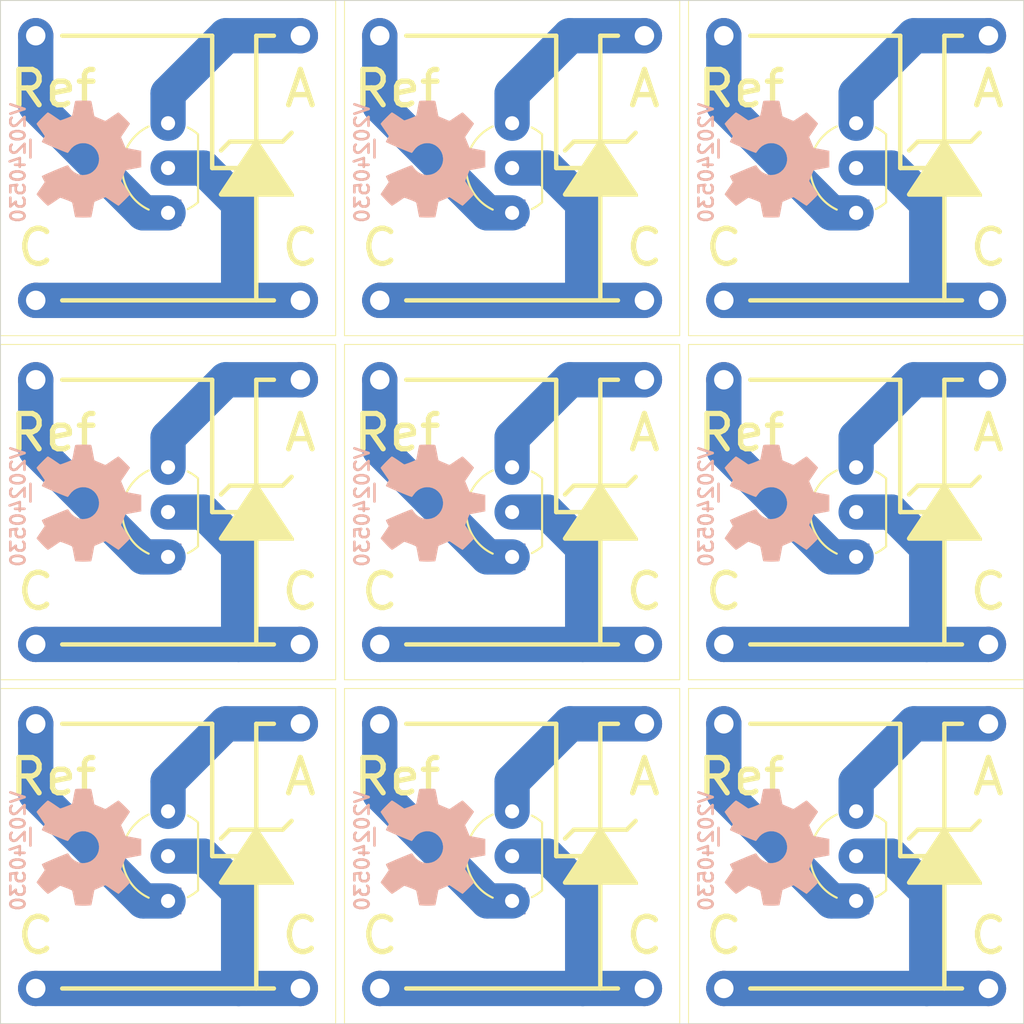
<source format=kicad_pcb>
(kicad_pcb (version 20221018) (generator pcbnew)
  (layers (0 "F.Cu" mixed) (31 "B.Cu" mixed) (34 "B.Paste" user) (35 "F.Paste" user) (36 "B.SilkS" user "B.Silkscreen") (37 "F.SilkS" user "F.Silkscreen") (38 "B.Mask" user) (39 "F.Mask" user) (44 "Edge.Cuts" user))
  (net 0 "")
  (net 1 "Net-(J1-Pin_1)")
  (net 2 "Net-(J2-Pin_1)")
  (net 3 "Net-(J3-Pin_1)")
  (footprint "mill-max:PC_pin_nail_head_6092" (layer "F.Cu") (at 142 63)
    (fp_text reference "J1")
    (fp_text value "Ref" (at 1 3) (layer "F.SilkS") (effects (font (size 2 2) (thickness 0.3))))
    (pad "1" thru_hole circle locked (at 0 0) (size 2 2) (drill 1.1) (layers "*.Cu" "*.Mask") (net 1 "Net-(J1-Pin_1)"))
  )
  (footprint "mill-max:PC_pin_nail_head_6092" (layer "F.Cu") (at 142 78)
    (fp_text reference "J2")
    (fp_text value "C" (at 0 -3) (layer "F.SilkS") (effects (font (size 2 2) (thickness 0.3))))
    (pad "1" thru_hole circle locked (at 0 0) (size 2 2) (drill 1.1) (layers "*.Cu" "*.Mask") (net 2 "Net-(J2-Pin_1)"))
  )
  (footprint "mill-max:PC_pin_nail_head_6092" (layer "F.Cu") (at 157 63)
    (fp_text reference "J3")
    (fp_text value "A" (at 0 3) (layer "F.SilkS") (effects (font (size 2 2) (thickness 0.3))))
    (pad "1" thru_hole circle locked (at 0 0) (size 2 2) (drill 1.1) (layers "*.Cu" "*.Mask") (net 3 "Net-(J3-Pin_1)"))
  )
  (footprint "mill-max:PC_pin_nail_head_6092" (layer "F.Cu") (at 157 78)
    (fp_text reference "J4")
    (fp_text value "C" (at 0 -3) (layer "F.SilkS") (effects (font (size 2 2) (thickness 0.3))))
    (pad "1" thru_hole circle locked (at 0 0) (size 2 2) (drill 1.1) (layers "*.Cu" "*.Mask") (net 2 "Net-(J2-Pin_1)"))
  )
  (footprint "mill-max:PC_pin_nail_head_6092" (layer "F.Cu") (at 196 43.5)
    (fp_text reference "J3")
    (fp_text value "A" (at 0 3) (layer "F.SilkS") (effects (font (size 2 2) (thickness 0.3))))
    (pad "1" thru_hole circle locked (at 0 0) (size 2 2) (drill 1.1) (layers "*.Cu" "*.Mask") (net 3 "Net-(J3-Pin_1)"))
  )
  (footprint "mill-max:PC_pin_nail_head_6092" (layer "F.Cu") (at 196 24)
    (fp_text reference "J3")
    (fp_text value "A" (at 0 3) (layer "F.SilkS") (effects (font (size 2 2) (thickness 0.3))))
    (pad "1" thru_hole circle locked (at 0 0) (size 2 2) (drill 1.1) (layers "*.Cu" "*.Mask") (net 3 "Net-(J3-Pin_1)"))
  )
  (footprint "mill-max:PC_pin_nail_head_6092" (layer "F.Cu") (at 176.5 39)
    (fp_text reference "J4")
    (fp_text value "C" (at 0 -3) (layer "F.SilkS") (effects (font (size 2 2) (thickness 0.3))))
    (pad "1" thru_hole circle locked (at 0 0) (size 2 2) (drill 1.1) (layers "*.Cu" "*.Mask") (net 2 "Net-(J2-Pin_1)"))
  )
  (footprint "mill-max:PC_pin_nail_head_6092" (layer "F.Cu") (at 161.5 43.5)
    (fp_text reference "J1")
    (fp_text value "Ref" (at 1 3) (layer "F.SilkS") (effects (font (size 2 2) (thickness 0.3))))
    (pad "1" thru_hole circle locked (at 0 0) (size 2 2) (drill 1.1) (layers "*.Cu" "*.Mask") (net 1 "Net-(J1-Pin_1)"))
  )
  (footprint "mill-max:PC_pin_nail_head_6092" (layer "F.Cu") (at 176.5 43.5)
    (fp_text reference "J3")
    (fp_text value "A" (at 0 3) (layer "F.SilkS") (effects (font (size 2 2) (thickness 0.3))))
    (pad "1" thru_hole circle locked (at 0 0) (size 2 2) (drill 1.1) (layers "*.Cu" "*.Mask") (net 3 "Net-(J3-Pin_1)"))
  )
  (footprint "SquantorIC:TO-92L_Inline_Wide" (layer "F.Cu") (at 169 70.5 90)
    (fp_text reference "U1" hide)
    (fp_text value "TL431")
    (pad "1" thru_hole rect (at -2.54 0 90) (size 1.5 1.5) (drill 0.8) (layers "*.Cu" "*.Mask") (net 1 "Net-(J1-Pin_1)"))
    (pad "2" thru_hole circle (at 0 0 90) (size 1.5 1.5) (drill 0.8) (layers "*.Cu" "*.Mask") (net 2 "Net-(J2-Pin_1)"))
    (pad "3" thru_hole circle (at 2.54 0 90) (size 1.5 1.5) (drill 0.8) (layers "*.Cu" "*.Mask") (net 3 "Net-(J3-Pin_1)"))
  )
  (footprint "SquantorIC:TO-92L_Inline_Wide" (layer "F.Cu") (at 188.5 31.5 90)
    (fp_text reference "U1" hide)
    (fp_text value "TL431")
    (pad "1" thru_hole rect (at -2.54 0 90) (size 1.5 1.5) (drill 0.8) (layers "*.Cu" "*.Mask") (net 1 "Net-(J1-Pin_1)"))
    (pad "2" thru_hole circle (at 0 0 90) (size 1.5 1.5) (drill 0.8) (layers "*.Cu" "*.Mask") (net 2 "Net-(J2-Pin_1)"))
    (pad "3" thru_hole circle (at 2.54 0 90) (size 1.5 1.5) (drill 0.8) (layers "*.Cu" "*.Mask") (net 3 "Net-(J3-Pin_1)"))
  )
  (footprint "mill-max:PC_pin_nail_head_6092" (layer "F.Cu") (at 157 39)
    (fp_text reference "J4")
    (fp_text value "C" (at 0 -3) (layer "F.SilkS") (effects (font (size 2 2) (thickness 0.3))))
    (pad "1" thru_hole circle locked (at 0 0) (size 2 2) (drill 1.1) (layers "*.Cu" "*.Mask") (net 2 "Net-(J2-Pin_1)"))
  )
  (footprint "mill-max:PC_pin_nail_head_6092" (layer "F.Cu") (at 181 43.5)
    (fp_text reference "J1")
    (fp_text value "Ref" (at 1 3) (layer "F.SilkS") (effects (font (size 2 2) (thickness 0.3))))
    (pad "1" thru_hole circle locked (at 0 0) (size 2 2) (drill 1.1) (layers "*.Cu" "*.Mask") (net 1 "Net-(J1-Pin_1)"))
  )
  (footprint "mill-max:PC_pin_nail_head_6092" (layer "F.Cu") (at 196 63)
    (fp_text reference "J3")
    (fp_text value "A" (at 0 3) (layer "F.SilkS") (effects (font (size 2 2) (thickness 0.3))))
    (pad "1" thru_hole circle locked (at 0 0) (size 2 2) (drill 1.1) (layers "*.Cu" "*.Mask") (net 3 "Net-(J3-Pin_1)"))
  )
  (footprint "mill-max:PC_pin_nail_head_6092" (layer "F.Cu") (at 181 58.5)
    (fp_text reference "J2")
    (fp_text value "C" (at 0 -3) (layer "F.SilkS") (effects (font (size 2 2) (thickness 0.3))))
    (pad "1" thru_hole circle locked (at 0 0) (size 2 2) (drill 1.1) (layers "*.Cu" "*.Mask") (net 2 "Net-(J2-Pin_1)"))
  )
  (footprint "mill-max:PC_pin_nail_head_6092" (layer "F.Cu") (at 142 39)
    (fp_text reference "J2")
    (fp_text value "C" (at 0 -3) (layer "F.SilkS") (effects (font (size 2 2) (thickness 0.3))))
    (pad "1" thru_hole circle locked (at 0 0) (size 2 2) (drill 1.1) (layers "*.Cu" "*.Mask") (net 2 "Net-(J2-Pin_1)"))
  )
  (footprint "mill-max:PC_pin_nail_head_6092" (layer "F.Cu") (at 161.5 58.5)
    (fp_text reference "J2")
    (fp_text value "C" (at 0 -3) (layer "F.SilkS") (effects (font (size 2 2) (thickness 0.3))))
    (pad "1" thru_hole circle locked (at 0 0) (size 2 2) (drill 1.1) (layers "*.Cu" "*.Mask") (net 2 "Net-(J2-Pin_1)"))
  )
  (footprint "mill-max:PC_pin_nail_head_6092" (layer "F.Cu") (at 176.5 24)
    (fp_text reference "J3")
    (fp_text value "A" (at 0 3) (layer "F.SilkS") (effects (font (size 2 2) (thickness 0.3))))
    (pad "1" thru_hole circle locked (at 0 0) (size 2 2) (drill 1.1) (layers "*.Cu" "*.Mask") (net 3 "Net-(J3-Pin_1)"))
  )
  (footprint "mill-max:PC_pin_nail_head_6092" (layer "F.Cu") (at 176.5 78)
    (fp_text reference "J4")
    (fp_text value "C" (at 0 -3) (layer "F.SilkS") (effects (font (size 2 2) (thickness 0.3))))
    (pad "1" thru_hole circle locked (at 0 0) (size 2 2) (drill 1.1) (layers "*.Cu" "*.Mask") (net 2 "Net-(J2-Pin_1)"))
  )
  (footprint "SquantorIC:TO-92L_Inline_Wide" (layer "F.Cu") (at 149.5 70.5 90)
    (fp_text reference "U1" hide)
    (fp_text value "TL431")
    (pad "1" thru_hole rect (at -2.54 0 90) (size 1.5 1.5) (drill 0.8) (layers "*.Cu" "*.Mask") (net 1 "Net-(J1-Pin_1)"))
    (pad "2" thru_hole circle (at 0 0 90) (size 1.5 1.5) (drill 0.8) (layers "*.Cu" "*.Mask") (net 2 "Net-(J2-Pin_1)"))
    (pad "3" thru_hole circle (at 2.54 0 90) (size 1.5 1.5) (drill 0.8) (layers "*.Cu" "*.Mask") (net 3 "Net-(J3-Pin_1)"))
  )
  (footprint "mill-max:PC_pin_nail_head_6092" (layer "F.Cu") (at 181 78)
    (fp_text reference "J2")
    (fp_text value "C" (at 0 -3) (layer "F.SilkS") (effects (font (size 2 2) (thickness 0.3))))
    (pad "1" thru_hole circle locked (at 0 0) (size 2 2) (drill 1.1) (layers "*.Cu" "*.Mask") (net 2 "Net-(J2-Pin_1)"))
  )
  (footprint "mill-max:PC_pin_nail_head_6092" (layer "F.Cu") (at 157 43.5)
    (fp_text reference "J3")
    (fp_text value "A" (at 0 3) (layer "F.SilkS") (effects (font (size 2 2) (thickness 0.3))))
    (pad "1" thru_hole circle locked (at 0 0) (size 2 2) (drill 1.1) (layers "*.Cu" "*.Mask") (net 3 "Net-(J3-Pin_1)"))
  )
  (footprint "mill-max:PC_pin_nail_head_6092" (layer "F.Cu") (at 161.5 24)
    (fp_text reference "J1")
    (fp_text value "Ref" (at 1 3) (layer "F.SilkS") (effects (font (size 2 2) (thickness 0.3))))
    (pad "1" thru_hole circle locked (at 0 0) (size 2 2) (drill 1.1) (layers "*.Cu" "*.Mask") (net 1 "Net-(J1-Pin_1)"))
  )
  (footprint "SquantorIC:TO-92L_Inline_Wide" (layer "F.Cu") (at 188.5 51 90)
    (fp_text reference "U1" hide)
    (fp_text value "TL431")
    (pad "1" thru_hole rect (at -2.54 0 90) (size 1.5 1.5) (drill 0.8) (layers "*.Cu" "*.Mask") (net 1 "Net-(J1-Pin_1)"))
    (pad "2" thru_hole circle (at 0 0 90) (size 1.5 1.5) (drill 0.8) (layers "*.Cu" "*.Mask") (net 2 "Net-(J2-Pin_1)"))
    (pad "3" thru_hole circle (at 2.54 0 90) (size 1.5 1.5) (drill 0.8) (layers "*.Cu" "*.Mask") (net 3 "Net-(J3-Pin_1)"))
  )
  (footprint "mill-max:PC_pin_nail_head_6092" (layer "F.Cu") (at 157 58.5)
    (fp_text reference "J4")
    (fp_text value "C" (at 0 -3) (layer "F.SilkS") (effects (font (size 2 2) (thickness 0.3))))
    (pad "1" thru_hole circle locked (at 0 0) (size 2 2) (drill 1.1) (layers "*.Cu" "*.Mask") (net 2 "Net-(J2-Pin_1)"))
  )
  (footprint "SquantorIC:TO-92L_Inline_Wide" (layer "F.Cu") (at 169 51 90)
    (fp_text reference "U1" hide)
    (fp_text value "TL431")
    (pad "1" thru_hole rect (at -2.54 0 90) (size 1.5 1.5) (drill 0.8) (layers "*.Cu" "*.Mask") (net 1 "Net-(J1-Pin_1)"))
    (pad "2" thru_hole circle (at 0 0 90) (size 1.5 1.5) (drill 0.8) (layers "*.Cu" "*.Mask") (net 2 "Net-(J2-Pin_1)"))
    (pad "3" thru_hole circle (at 2.54 0 90) (size 1.5 1.5) (drill 0.8) (layers "*.Cu" "*.Mask") (net 3 "Net-(J3-Pin_1)"))
  )
  (footprint "mill-max:PC_pin_nail_head_6092" (layer "F.Cu") (at 196 78)
    (fp_text reference "J4")
    (fp_text value "C" (at 0 -3) (layer "F.SilkS") (effects (font (size 2 2) (thickness 0.3))))
    (pad "1" thru_hole circle locked (at 0 0) (size 2 2) (drill 1.1) (layers "*.Cu" "*.Mask") (net 2 "Net-(J2-Pin_1)"))
  )
  (footprint "mill-max:PC_pin_nail_head_6092" (layer "F.Cu") (at 196 58.5)
    (fp_text reference "J4")
    (fp_text value "C" (at 0 -3) (layer "F.SilkS") (effects (font (size 2 2) (thickness 0.3))))
    (pad "1" thru_hole circle locked (at 0 0) (size 2 2) (drill 1.1) (layers "*.Cu" "*.Mask") (net 2 "Net-(J2-Pin_1)"))
  )
  (footprint "mill-max:PC_pin_nail_head_6092" (layer "F.Cu") (at 161.5 39)
    (fp_text reference "J2")
    (fp_text value "C" (at 0 -3) (layer "F.SilkS") (effects (font (size 2 2) (thickness 0.3))))
    (pad "1" thru_hole circle locked (at 0 0) (size 2 2) (drill 1.1) (layers "*.Cu" "*.Mask") (net 2 "Net-(J2-Pin_1)"))
  )
  (footprint "mill-max:PC_pin_nail_head_6092" (layer "F.Cu") (at 142 58.5)
    (fp_text reference "J2")
    (fp_text value "C" (at 0 -3) (layer "F.SilkS") (effects (font (size 2 2) (thickness 0.3))))
    (pad "1" thru_hole circle locked (at 0 0) (size 2 2) (drill 1.1) (layers "*.Cu" "*.Mask") (net 2 "Net-(J2-Pin_1)"))
  )
  (footprint "SquantorIC:TO-92L_Inline_Wide" (layer "F.Cu") (at 149.5 51 90)
    (fp_text reference "U1" hide)
    (fp_text value "TL431")
    (pad "1" thru_hole rect (at -2.54 0 90) (size 1.5 1.5) (drill 0.8) (layers "*.Cu" "*.Mask") (net 1 "Net-(J1-Pin_1)"))
    (pad "2" thru_hole circle (at 0 0 90) (size 1.5 1.5) (drill 0.8) (layers "*.Cu" "*.Mask") (net 2 "Net-(J2-Pin_1)"))
    (pad "3" thru_hole circle (at 2.54 0 90) (size 1.5 1.5) (drill 0.8) (layers "*.Cu" "*.Mask") (net 3 "Net-(J3-Pin_1)"))
  )
  (footprint "mill-max:PC_pin_nail_head_6092" (layer "F.Cu") (at 196 39)
    (fp_text reference "J4")
    (fp_text value "C" (at 0 -3) (layer "F.SilkS") (effects (font (size 2 2) (thickness 0.3))))
    (pad "1" thru_hole circle locked (at 0 0) (size 2 2) (drill 1.1) (layers "*.Cu" "*.Mask") (net 2 "Net-(J2-Pin_1)"))
  )
  (footprint "mill-max:PC_pin_nail_head_6092" (layer "F.Cu") (at 142 43.5)
    (fp_text reference "J1")
    (fp_text value "Ref" (at 1 3) (layer "F.SilkS") (effects (font (size 2 2) (thickness 0.3))))
    (pad "1" thru_hole circle locked (at 0 0) (size 2 2) (drill 1.1) (layers "*.Cu" "*.Mask") (net 1 "Net-(J1-Pin_1)"))
  )
  (footprint "mill-max:PC_pin_nail_head_6092" (layer "F.Cu") (at 181 63)
    (fp_text reference "J1")
    (fp_text value "Ref" (at 1 3) (layer "F.SilkS") (effects (font (size 2 2) (thickness 0.3))))
    (pad "1" thru_hole circle locked (at 0 0) (size 2 2) (drill 1.1) (layers "*.Cu" "*.Mask") (net 1 "Net-(J1-Pin_1)"))
  )
  (footprint "mill-max:PC_pin_nail_head_6092" (layer "F.Cu") (at 142 24)
    (fp_text reference "J1")
    (fp_text value "Ref" (at 1 3) (layer "F.SilkS") (effects (font (size 2 2) (thickness 0.3))))
    (pad "1" thru_hole circle locked (at 0 0) (size 2 2) (drill 1.1) (layers "*.Cu" "*.Mask") (net 1 "Net-(J1-Pin_1)"))
  )
  (footprint "mill-max:PC_pin_nail_head_6092" (layer "F.Cu") (at 181 39)
    (fp_text reference "J2")
    (fp_text value "C" (at 0 -3) (layer "F.SilkS") (effects (font (size 2 2) (thickness 0.3))))
    (pad "1" thru_hole circle locked (at 0 0) (size 2 2) (drill 1.1) (layers "*.Cu" "*.Mask") (net 2 "Net-(J2-Pin_1)"))
  )
  (footprint "mill-max:PC_pin_nail_head_6092" (layer "F.Cu") (at 161.5 78)
    (fp_text reference "J2")
    (fp_text value "C" (at 0 -3) (layer "F.SilkS") (effects (font (size 2 2) (thickness 0.3))))
    (pad "1" thru_hole circle locked (at 0 0) (size 2 2) (drill 1.1) (layers "*.Cu" "*.Mask") (net 2 "Net-(J2-Pin_1)"))
  )
  (footprint "mill-max:PC_pin_nail_head_6092" (layer "F.Cu") (at 157 24)
    (fp_text reference "J3")
    (fp_text value "A" (at 0 3) (layer "F.SilkS") (effects (font (size 2 2) (thickness 0.3))))
    (pad "1" thru_hole circle locked (at 0 0) (size 2 2) (drill 1.1) (layers "*.Cu" "*.Mask") (net 3 "Net-(J3-Pin_1)"))
  )
  (footprint "mill-max:PC_pin_nail_head_6092" (layer "F.Cu") (at 176.5 63)
    (fp_text reference "J3")
    (fp_text value "A" (at 0 3) (layer "F.SilkS") (effects (font (size 2 2) (thickness 0.3))))
    (pad "1" thru_hole circle locked (at 0 0) (size 2 2) (drill 1.1) (layers "*.Cu" "*.Mask") (net 3 "Net-(J3-Pin_1)"))
  )
  (footprint "SquantorIC:TO-92L_Inline_Wide" (layer "F.Cu") (at 169 31.5 90)
    (fp_text reference "U1" hide)
    (fp_text value "TL431")
    (pad "1" thru_hole rect (at -2.54 0 90) (size 1.5 1.5) (drill 0.8) (layers "*.Cu" "*.Mask") (net 1 "Net-(J1-Pin_1)"))
    (pad "2" thru_hole circle (at 0 0 90) (size 1.5 1.5) (drill 0.8) (layers "*.Cu" "*.Mask") (net 2 "Net-(J2-Pin_1)"))
    (pad "3" thru_hole circle (at 2.54 0 90) (size 1.5 1.5) (drill 0.8) (layers "*.Cu" "*.Mask") (net 3 "Net-(J3-Pin_1)"))
  )
  (footprint "mill-max:PC_pin_nail_head_6092" (layer "F.Cu") (at 181 24)
    (fp_text reference "J1")
    (fp_text value "Ref" (at 1 3) (layer "F.SilkS") (effects (font (size 2 2) (thickness 0.3))))
    (pad "1" thru_hole circle locked (at 0 0) (size 2 2) (drill 1.1) (layers "*.Cu" "*.Mask") (net 1 "Net-(J1-Pin_1)"))
  )
  (footprint "mill-max:PC_pin_nail_head_6092" (layer "F.Cu") (at 176.5 58.5)
    (fp_text reference "J4")
    (fp_text value "C" (at 0 -3) (layer "F.SilkS") (effects (font (size 2 2) (thickness 0.3))))
    (pad "1" thru_hole circle locked (at 0 0) (size 2 2) (drill 1.1) (layers "*.Cu" "*.Mask") (net 2 "Net-(J2-Pin_1)"))
  )
  (footprint "SquantorIC:TO-92L_Inline_Wide" (layer "F.Cu") (at 188.5 70.5 90)
    (fp_text reference "U1" hide)
    (fp_text value "TL431")
    (pad "1" thru_hole rect (at -2.54 0 90) (size 1.5 1.5) (drill 0.8) (layers "*.Cu" "*.Mask") (net 1 "Net-(J1-Pin_1)"))
    (pad "2" thru_hole circle (at 0 0 90) (size 1.5 1.5) (drill 0.8) (layers "*.Cu" "*.Mask") (net 2 "Net-(J2-Pin_1)"))
    (pad "3" thru_hole circle (at 2.54 0 90) (size 1.5 1.5) (drill 0.8) (layers "*.Cu" "*.Mask") (net 3 "Net-(J3-Pin_1)"))
  )
  (footprint "SquantorIC:TO-92L_Inline_Wide" (layer "F.Cu") (at 149.5 31.5 90)
    (fp_text reference "U1" hide)
    (fp_text value "TL431")
    (pad "1" thru_hole rect (at -2.54 0 90) (size 1.5 1.5) (drill 0.8) (layers "*.Cu" "*.Mask") (net 1 "Net-(J1-Pin_1)"))
    (pad "2" thru_hole circle (at 0 0 90) (size 1.5 1.5) (drill 0.8) (layers "*.Cu" "*.Mask") (net 2 "Net-(J2-Pin_1)"))
    (pad "3" thru_hole circle (at 2.54 0 90) (size 1.5 1.5) (drill 0.8) (layers "*.Cu" "*.Mask") (net 3 "Net-(J3-Pin_1)"))
  )
  (footprint "mill-max:PC_pin_nail_head_6092" (layer "F.Cu") (at 161.5 63)
    (fp_text reference "J1")
    (fp_text value "Ref" (at 1 3) (layer "F.SilkS") (effects (font (size 2 2) (thickness 0.3))))
    (pad "1" thru_hole circle locked (at 0 0) (size 2 2) (drill 1.1) (layers "*.Cu" "*.Mask") (net 1 "Net-(J1-Pin_1)"))
  )
  (footprint "SquantorLabels:Label_Generic" (layer "B.Cu") (at 141.1 69.4 -90)
    (fp_text reference "N1" hide)
    (fp_text value "V20240530" (at 0.8 0.1 90) (layer "B.SilkS") (effects (font (size 0.8 0.8)) (justify mirror)))
  )
  (footprint "Symbol:OSHW-Symbol_6.7x6mm_SilkScreen" (layer "B.Cu") (at 145 70 90)
    (fp_text reference "N2" hide)
    (fp_text value "OHWLOGO" hide)
  )
  (footprint "SquantorLabels:Label_Generic" (layer "B.Cu") (at 160.6 69.4 -90)
    (fp_text reference "N1" hide)
    (fp_text value "V20240530" (at 0.8 0.1 90) (layer "B.SilkS") (effects (font (size 0.8 0.8)) (justify mirror)))
  )
  (footprint "SquantorLabels:Label_Generic" (layer "B.Cu") (at 180.1 30.4 -90)
    (fp_text reference "N1" hide)
    (fp_text value "V20240530" (at 0.8 0.1 90) (layer "B.SilkS") (effects (font (size 0.8 0.8)) (justify mirror)))
  )
  (footprint "SquantorLabels:Label_Generic" (layer "B.Cu") (at 160.6 49.9 -90)
    (fp_text reference "N1" hide)
    (fp_text value "V20240530" (at 0.8 0.1 90) (layer "B.SilkS") (effects (font (size 0.8 0.8)) (justify mirror)))
  )
  (footprint "SquantorLabels:Label_Generic" (layer "B.Cu") (at 160.6 30.4 -90)
    (fp_text reference "N1" hide)
    (fp_text value "V20240530" (at 0.8 0.1 90) (layer "B.SilkS") (effects (font (size 0.8 0.8)) (justify mirror)))
  )
  (footprint "SquantorLabels:Label_Generic" (layer "B.Cu") (at 141.1 49.9 -90)
    (fp_text reference "N1" hide)
    (fp_text value "V20240530" (at 0.8 0.1 90) (layer "B.SilkS") (effects (font (size 0.8 0.8)) (justify mirror)))
  )
  (footprint "Symbol:OSHW-Symbol_6.7x6mm_SilkScreen" (layer "B.Cu") (at 184 50.5 90)
    (fp_text reference "N2" hide)
    (fp_text value "OHWLOGO" hide)
  )
  (footprint "Symbol:OSHW-Symbol_6.7x6mm_SilkScreen" (layer "B.Cu") (at 184 31 90)
    (fp_text reference "N2" hide)
    (fp_text value "OHWLOGO" hide)
  )
  (footprint "Symbol:OSHW-Symbol_6.7x6mm_SilkScreen" (layer "B.Cu") (at 145 31 90)
    (fp_text reference "N2" hide)
    (fp_text value "OHWLOGO" hide)
  )
  (footprint "Symbol:OSHW-Symbol_6.7x6mm_SilkScreen" (layer "B.Cu") (at 145 50.5 90)
    (fp_text reference "N2" hide)
    (fp_text value "OHWLOGO" hide)
  )
  (footprint "Symbol:OSHW-Symbol_6.7x6mm_SilkScreen" (layer "B.Cu") (at 164.5 50.5 90)
    (fp_text reference "N2" hide)
    (fp_text value "OHWLOGO" hide)
  )
  (footprint "SquantorLabels:Label_Generic" (layer "B.Cu") (at 141.1 30.4 -90)
    (fp_text reference "N1" hide)
    (fp_text value "V20240530" (at 0.8 0.1 90) (layer "B.SilkS") (effects (font (size 0.8 0.8)) (justify mirror)))
  )
  (footprint "Symbol:OSHW-Symbol_6.7x6mm_SilkScreen" (layer "B.Cu") (at 184 70 90)
    (fp_text reference "N2" hide)
    (fp_text value "OHWLOGO" hide)
  )
  (footprint "SquantorLabels:Label_Generic" (layer "B.Cu") (at 180.1 69.4 -90)
    (fp_text reference "N1" hide)
    (fp_text value "V20240530" (at 0.8 0.1 90) (layer "B.SilkS") (effects (font (size 0.8 0.8)) (justify mirror)))
  )
  (footprint "Symbol:OSHW-Symbol_6.7x6mm_SilkScreen" (layer "B.Cu") (at 164.5 70 90)
    (fp_text reference "N2" hide)
    (fp_text value "OHWLOGO" hide)
  )
  (footprint "SquantorLabels:Label_Generic" (layer "B.Cu") (at 180.1 49.9 -90)
    (fp_text reference "N1" hide)
    (fp_text value "V20240530" (at 0.8 0.1 90) (layer "B.SilkS") (effects (font (size 0.8 0.8)) (justify mirror)))
  )
  (footprint "Symbol:OSHW-Symbol_6.7x6mm_SilkScreen" (layer "B.Cu") (at 164.5 31 90)
    (fp_text reference "N2" hide)
    (fp_text value "OHWLOGO" hide)
  )
  (gr_line (start 140 80) (end 159 80) (stroke (width 0.05)) (layer "F.SilkS"))
  (gr_line (start 159 61) (end 159 80) (stroke (width 0.05)) (layer "F.SilkS"))
  (gr_line (start 159 61) (end 140 61) (stroke (width 0.05)) (layer "F.SilkS"))
  (gr_line (start 193.5 43.5) (end 194.5 43.5) (stroke (width 0.25)) (layer "F.SilkS"))
  (gr_line (start 154.5 63) (end 155.5 63) (stroke (width 0.25)) (layer "F.SilkS"))
  (gr_line (start 174 63) (end 175 63) (stroke (width 0.25)) (layer "F.SilkS"))
  (gr_line (start 198 61) (end 198 80) (stroke (width 0.05)) (layer "F.SilkS"))
  (gr_line (start 193.5 31.5) (end 191 31.5) (stroke (width 0.25)) (layer "F.SilkS"))
  (gr_line (start 154.5 78) (end 154.5 63) (stroke (width 0.25)) (layer "F.SilkS"))
  (gr_line (start 195 30) (end 195.5 29.5) (stroke (width 0.25)) (layer "F.SilkS"))
  (gr_line (start 193.5 39) (end 193.5 24) (stroke (width 0.25)) (layer "F.SilkS"))
  (gr_line (start 153 49.5) (end 156 49.5) (stroke (width 0.25)) (layer "F.SilkS"))
  (gr_line (start 178.5 61) (end 178.5 80) (stroke (width 0.05)) (layer "F.SilkS"))
  (gr_line (start 159.5 80) (end 159.5 61) (stroke (width 0.05)) (layer "F.SilkS"))
  (gr_line (start 171.5 63) (end 163 63) (stroke (width 0.25)) (layer "F.SilkS"))
  (gr_line (start 191 63) (end 182.5 63) (stroke (width 0.25)) (layer "F.SilkS"))
  (gr_line (start 193.5 58.5) (end 193.5 43.5) (stroke (width 0.25)) (layer "F.SilkS"))
  (gr_line (start 159.5 80) (end 178.5 80) (stroke (width 0.05)) (layer "F.SilkS"))
  (gr_line (start 171.5 43.5) (end 163 43.5) (stroke (width 0.25)) (layer "F.SilkS"))
  (gr_line (start 191 70.5) (end 191 63) (stroke (width 0.25)) (layer "F.SilkS"))
  (gr_line (start 152 43.5) (end 143.5 43.5) (stroke (width 0.25)) (layer "F.SilkS"))
  (gr_line (start 198 61) (end 179 61) (stroke (width 0.05)) (layer "F.SilkS"))
  (gr_line (start 153 30) (end 152.5 30.5) (stroke (width 0.25)) (layer "F.SilkS"))
  (gr_line (start 174 58.5) (end 174 43.5) (stroke (width 0.25)) (layer "F.SilkS"))
  (gr_line (start 143.5 58.5) (end 155.5 58.5) (stroke (width 0.25)) (layer "F.SilkS"))
  (gr_line (start 192 49.5) (end 191.5 50) (stroke (width 0.25)) (layer "F.SilkS"))
  (gr_line (start 193.5 63) (end 194.5 63) (stroke (width 0.25)) (layer "F.SilkS"))
  (gr_line (start 153 30) (end 156 30) (stroke (width 0.25)) (layer "F.SilkS"))
  (gr_poly (pts (xy 193.5 49.5) (xy 191.5 52.5) (xy 195.5 52.5)) (stroke (width 0.25)) (fill solid) (layer "F.SilkS"))
  (gr_line (start 198 22) (end 198 41) (stroke (width 0.05)) (layer "F.SilkS"))
  (gr_line (start 140 80) (end 140 61) (stroke (width 0.05)) (layer "F.SilkS"))
  (gr_line (start 178.5 22) (end 178.5 41) (stroke (width 0.05)) (layer "F.SilkS"))
  (gr_line (start 156 69) (end 156.5 68.5) (stroke (width 0.25)) (layer "F.SilkS"))
  (gr_line (start 152 31.5) (end 152 24) (stroke (width 0.25)) (layer "F.SilkS"))
  (gr_line (start 159 41.5) (end 159 60.5) (stroke (width 0.05)) (layer "F.SilkS"))
  (gr_line (start 172.5 69) (end 172 69.5) (stroke (width 0.25)) (layer "F.SilkS"))
  (gr_line (start 182.5 39) (end 194.5 39) (stroke (width 0.25)) (layer "F.SilkS"))
  (gr_line (start 191 24) (end 182.5 24) (stroke (width 0.25)) (layer "F.SilkS"))
  (gr_line (start 156 30) (end 156.5 29.5) (stroke (width 0.25)) (layer "F.SilkS"))
  (gr_poly (pts (xy 193.5 30) (xy 191.5 33) (xy 195.5 33)) (stroke (width 0.25)) (fill solid) (layer "F.SilkS"))
  (gr_line (start 154.5 43.5) (end 155.5 43.5) (stroke (width 0.25)) (layer "F.SilkS"))
  (gr_poly (pts (xy 174 30) (xy 172 33) (xy 176 33)) (stroke (width 0.25)) (fill solid) (layer "F.SilkS"))
  (gr_line (start 172.5 49.5) (end 172 50) (stroke (width 0.25)) (layer "F.SilkS"))
  (gr_line (start 153 69) (end 152.5 69.5) (stroke (width 0.25)) (layer "F.SilkS"))
  (gr_line (start 171.5 51) (end 171.5 43.5) (stroke (width 0.25)) (layer "F.SilkS"))
  (gr_poly (pts (xy 154.5 69) (xy 152.5 72) (xy 156.5 72)) (stroke (width 0.25)) (fill solid) (layer "F.SilkS"))
  (gr_line (start 171.5 24) (end 163 24) (stroke (width 0.25)) (layer "F.SilkS"))
  (gr_line (start 159 41.5) (end 140 41.5) (stroke (width 0.05)) (layer "F.SilkS"))
  (gr_line (start 172.5 30) (end 172 30.5) (stroke (width 0.25)) (layer "F.SilkS"))
  (gr_line (start 178.5 41.5) (end 178.5 60.5) (stroke (width 0.05)) (layer "F.SilkS"))
  (gr_line (start 193.5 70.5) (end 191 70.5) (stroke (width 0.25)) (layer "F.SilkS"))
  (gr_line (start 153 49.5) (end 152.5 50) (stroke (width 0.25)) (layer "F.SilkS"))
  (gr_poly (pts (xy 193.5 69) (xy 191.5 72) (xy 195.5 72)) (stroke (width 0.25)) (fill solid) (layer "F.SilkS"))
  (gr_poly (pts (xy 174 69) (xy 172 72) (xy 176 72)) (stroke (width 0.25)) (fill solid) (layer "F.SilkS"))
  (gr_line (start 159 22) (end 159 41) (stroke (width 0.05)) (layer "F.SilkS"))
  (gr_line (start 140 60.5) (end 140 41.5) (stroke (width 0.05)) (layer "F.SilkS"))
  (gr_line (start 171.5 70.5) (end 171.5 63) (stroke (width 0.25)) (layer "F.SilkS"))
  (gr_line (start 172.5 30) (end 175.5 30) (stroke (width 0.25)) (layer "F.SilkS"))
  (gr_line (start 179 80) (end 179 61) (stroke (width 0.05)) (layer "F.SilkS"))
  (gr_line (start 174 24) (end 175 24) (stroke (width 0.25)) (layer "F.SilkS"))
  (gr_line (start 195 49.5) (end 195.5 49) (stroke (width 0.25)) (layer "F.SilkS"))
  (gr_line (start 195 69) (end 195.5 68.5) (stroke (width 0.25)) (layer "F.SilkS"))
  (gr_line (start 182.5 78) (end 194.5 78) (stroke (width 0.25)) (layer "F.SilkS"))
  (gr_poly (pts (xy 154.5 30) (xy 152.5 33) (xy 156.5 33)) (stroke (width 0.25)) (fill solid) (layer "F.SilkS"))
  (gr_line (start 191 51) (end 191 43.5) (stroke (width 0.25)) (layer "F.SilkS"))
  (gr_line (start 154.5 24) (end 155.5 24) (stroke (width 0.25)) (layer "F.SilkS"))
  (gr_line (start 159.5 60.5) (end 159.5 41.5) (stroke (width 0.05)) (layer "F.SilkS"))
  (gr_line (start 172.5 69) (end 175.5 69) (stroke (width 0.25)) (layer "F.SilkS"))
  (gr_line (start 174 31.5) (end 171.5 31.5) (stroke (width 0.25)) (layer "F.SilkS"))
  (gr_line (start 198 22) (end 179 22) (stroke (width 0.05)) (layer "F.SilkS"))
  (gr_line (start 175.5 30) (end 176 29.5) (stroke (width 0.25)) (layer "F.SilkS"))
  (gr_line (start 175.5 49.5) (end 176 49) (stroke (width 0.25)) (layer "F.SilkS"))
  (gr_line (start 153 69) (end 156 69) (stroke (width 0.25)) (layer "F.SilkS"))
  (gr_line (start 156 49.5) (end 156.5 49) (stroke (width 0.25)) (layer "F.SilkS"))
  (gr_line (start 191 31.5) (end 191 24) (stroke (width 0.25)) (layer "F.SilkS"))
  (gr_line (start 154.5 70.5) (end 152 70.5) (stroke (width 0.25)) (layer "F.SilkS"))
  (gr_line (start 192 69) (end 191.5 69.5) (stroke (width 0.25)) (layer "F.SilkS"))
  (gr_line (start 171.5 31.5) (end 171.5 24) (stroke (width 0.25)) (layer "F.SilkS"))
  (gr_line (start 143.5 39) (end 155.5 39) (stroke (width 0.25)) (layer "F.SilkS"))
  (gr_line (start 174 43.5) (end 175 43.5) (stroke (width 0.25)) (layer "F.SilkS"))
  (gr_line (start 154.5 51) (end 152 51) (stroke (width 0.25)) (layer "F.SilkS"))
  (gr_line (start 140 41) (end 159 41) (stroke (width 0.05)) (layer "F.SilkS"))
  (gr_line (start 198 41.5) (end 198 60.5) (stroke (width 0.05)) (layer "F.SilkS"))
  (gr_line (start 152 63) (end 143.5 63) (stroke (width 0.25)) (layer "F.SilkS"))
  (gr_line (start 178.5 41.5) (end 159.5 41.5) (stroke (width 0.05)) (layer "F.SilkS"))
  (gr_line (start 159.5 60.5) (end 178.5 60.5) (stroke (width 0.05)) (layer "F.SilkS"))
  (gr_line (start 152 70.5) (end 152 63) (stroke (width 0.25)) (layer "F.SilkS"))
  (gr_line (start 174 39) (end 174 24) (stroke (width 0.25)) (layer "F.SilkS"))
  (gr_line (start 175.5 69) (end 176 68.5) (stroke (width 0.25)) (layer "F.SilkS"))
  (gr_line (start 193.5 24) (end 194.5 24) (stroke (width 0.25)) (layer "F.SilkS"))
  (gr_line (start 172.5 49.5) (end 175.5 49.5) (stroke (width 0.25)) (layer "F.SilkS"))
  (gr_line (start 159.5 41) (end 159.5 22) (stroke (width 0.05)) (layer "F.SilkS"))
  (gr_line (start 179 80) (end 198 80) (stroke (width 0.05)) (layer "F.SilkS"))
  (gr_line (start 192 30) (end 195 30) (stroke (width 0.25)) (layer "F.SilkS"))
  (gr_line (start 154.5 58.5) (end 154.5 43.5) (stroke (width 0.25)) (layer "F.SilkS"))
  (gr_line (start 174 51) (end 171.5 51) (stroke (width 0.25)) (layer "F.SilkS"))
  (gr_line (start 179 60.5) (end 179 41.5) (stroke (width 0.05)) (layer "F.SilkS"))
  (gr_line (start 191 43.5) (end 182.5 43.5) (stroke (width 0.25)) (layer "F.SilkS"))
  (gr_line (start 179 41) (end 179 22) (stroke (width 0.05)) (layer "F.SilkS"))
  (gr_line (start 159.5 41) (end 178.5 41) (stroke (width 0.05)) (layer "F.SilkS"))
  (gr_line (start 192 69) (end 195 69) (stroke (width 0.25)) (layer "F.SilkS"))
  (gr_line (start 182.5 58.5) (end 194.5 58.5) (stroke (width 0.25)) (layer "F.SilkS"))
  (gr_line (start 174 70.5) (end 171.5 70.5) (stroke (width 0.25)) (layer "F.SilkS"))
  (gr_line (start 154.5 39) (end 154.5 24) (stroke (width 0.25)) (layer "F.SilkS"))
  (gr_line (start 178.5 61) (end 159.5 61) (stroke (width 0.05)) (layer "F.SilkS"))
  (gr_line (start 192 49.5) (end 195 49.5) (stroke (width 0.25)) (layer "F.SilkS"))
  (gr_line (start 163 39) (end 175 39) (stroke (width 0.25)) (layer "F.SilkS"))
  (gr_line (start 159 22) (end 140 22) (stroke (width 0.05)) (layer "F.SilkS"))
  (gr_line (start 192 30) (end 191.5 30.5) (stroke (width 0.25)) (layer "F.SilkS"))
  (gr_line (start 163 58.5) (end 175 58.5) (stroke (width 0.25)) (layer "F.SilkS"))
  (gr_line (start 154.5 31.5) (end 152 31.5) (stroke (width 0.25)) (layer "F.SilkS"))
  (gr_line (start 193.5 78) (end 193.5 63) (stroke (width 0.25)) (layer "F.SilkS"))
  (gr_line (start 178.5 22) (end 159.5 22) (stroke (width 0.05)) (layer "F.SilkS"))
  (gr_poly (pts (xy 174 49.5) (xy 172 52.5) (xy 176 52.5)) (stroke (width 0.25)) (fill solid) (layer "F.SilkS"))
  (gr_line (start 179 41) (end 198 41) (stroke (width 0.05)) (layer "F.SilkS"))
  (gr_line (start 174 78) (end 174 63) (stroke (width 0.25)) (layer "F.SilkS"))
  (gr_line (start 140 60.5) (end 159 60.5) (stroke (width 0.05)) (layer "F.SilkS"))
  (gr_line (start 163 78) (end 175 78) (stroke (width 0.25)) (layer "F.SilkS"))
  (gr_line (start 198 41.5) (end 179 41.5) (stroke (width 0.05)) (layer "F.SilkS"))
  (gr_line (start 143.5 78) (end 155.5 78) (stroke (width 0.25)) (layer "F.SilkS"))
  (gr_line (start 152 51) (end 152 43.5) (stroke (width 0.25)) (layer "F.SilkS"))
  (gr_line (start 179 60.5) (end 198 60.5) (stroke (width 0.05)) (layer "F.SilkS"))
  (gr_poly (pts (xy 154.5 49.5) (xy 152.5 52.5) (xy 156.5 52.5)) (stroke (width 0.25)) (fill solid) (layer "F.SilkS"))
  (gr_line (start 140 41) (end 140 22) (stroke (width 0.05)) (layer "F.SilkS"))
  (gr_line (start 193.5 51) (end 191 51) (stroke (width 0.25)) (layer "F.SilkS"))
  (gr_line (start 152 24) (end 143.5 24) (stroke (width 0.25)) (layer "F.SilkS"))
  (gr_line (start 198 80) (end 140 80) (stroke (width 0.05)) (layer "Edge.Cuts"))
  (gr_line (start 140 22) (end 198 22) (stroke (width 0.05)) (layer "Edge.Cuts"))
  (gr_line (start 140 80) (end 140 22) (stroke (width 0.05)) (layer "Edge.Cuts"))
  (gr_line (start 198 22) (end 198 80) (stroke (width 0.05)) (layer "Edge.Cuts"))
  (segment (start 168.54 53.54) (end 169 53.54) (width 1) (layer "B.Cu") (net 1))
  (segment (start 181 66.943) (end 181 63) (width 2) (layer "B.Cu") (net 1))
  (segment (start 148.097 73.04) (end 142 66.943) (width 2) (layer "B.Cu") (net 1))
  (segment (start 169 34.04) (end 167.597 34.04) (width 2) (layer "B.Cu") (net 1))
  (segment (start 161.5 27.943) (end 161.5 24) (width 2) (layer "B.Cu") (net 1))
  (segment (start 167.597 73.04) (end 161.5 66.943) (width 2) (layer "B.Cu") (net 1))
  (segment (start 188.04 34.04) (end 188.5 34.04) (width 1) (layer "B.Cu") (net 1))
  (segment (start 161.5 66.943) (end 161.5 63) (width 2) (layer "B.Cu") (net 1))
  (segment (start 149.5 73.04) (end 148.097 73.04) (width 2) (layer "B.Cu") (net 1))
  (segment (start 188.04 73.04) (end 188.5 73.04) (width 1) (layer "B.Cu") (net 1))
  (segment (start 187.097 53.54) (end 181 47.443) (width 2) (layer "B.Cu") (net 1))
  (segment (start 188.5 53.54) (end 187.097 53.54) (width 2) (layer "B.Cu") (net 1))
  (segment (start 149.04 73.04) (end 149.5 73.04) (width 1) (layer "B.Cu") (net 1))
  (segment (start 161.5 47.443) (end 161.5 43.5) (width 2) (layer "B.Cu") (net 1))
  (segment (start 167.597 53.54) (end 161.5 47.443) (width 2) (layer "B.Cu") (net 1))
  (segment (start 169 53.54) (end 167.597 53.54) (width 2) (layer "B.Cu") (net 1))
  (segment (start 149.04 34.04) (end 149.5 34.04) (width 1) (layer "B.Cu") (net 1))
  (segment (start 188.04 53.54) (end 188.5 53.54) (width 1) (layer "B.Cu") (net 1))
  (segment (start 181 47.443) (end 181 43.5) (width 2) (layer "B.Cu") (net 1))
  (segment (start 148.097 53.54) (end 142 47.443) (width 2) (layer "B.Cu") (net 1))
  (segment (start 148.097 34.04) (end 142 27.943) (width 2) (layer "B.Cu") (net 1))
  (segment (start 169 73.04) (end 167.597 73.04) (width 2) (layer "B.Cu") (net 1))
  (segment (start 187.097 34.04) (end 181 27.943) (width 2) (layer "B.Cu") (net 1))
  (segment (start 188.5 73.04) (end 187.097 73.04) (width 2) (layer "B.Cu") (net 1))
  (segment (start 168.54 73.04) (end 169 73.04) (width 1) (layer "B.Cu") (net 1))
  (segment (start 187.097 73.04) (end 181 66.943) (width 2) (layer "B.Cu") (net 1))
  (segment (start 149.5 53.54) (end 148.097 53.54) (width 2) (layer "B.Cu") (net 1))
  (segment (start 149.5 34.04) (end 148.097 34.04) (width 2) (layer "B.Cu") (net 1))
  (segment (start 142 27.943) (end 142 24) (width 2) (layer "B.Cu") (net 1))
  (segment (start 188.5 34.04) (end 187.097 34.04) (width 2) (layer "B.Cu") (net 1))
  (segment (start 142 47.443) (end 142 43.5) (width 2) (layer "B.Cu") (net 1))
  (segment (start 149.04 53.54) (end 149.5 53.54) (width 1) (layer "B.Cu") (net 1))
  (segment (start 142 66.943) (end 142 63) (width 2) (layer "B.Cu") (net 1))
  (segment (start 167.597 34.04) (end 161.5 27.943) (width 2) (layer "B.Cu") (net 1))
  (segment (start 181 27.943) (end 181 24) (width 2) (layer "B.Cu") (net 1))
  (segment (start 168.54 34.04) (end 169 34.04) (width 1) (layer "B.Cu") (net 1))
  (segment (start 153.5 58.5) (end 157 58.5) (width 2) (layer "B.Cu") (net 2))
  (segment (start 153.5 39) (end 153.5 33.5) (width 2) (layer "B.Cu") (net 2))
  (segment (start 142 78) (end 153.5 78) (width 2) (layer "B.Cu") (net 2))
  (segment (start 171 31.5) (end 169 31.5) (width 2) (layer "B.Cu") (net 2))
  (segment (start 173 39) (end 176.5 39) (width 2) (layer "B.Cu") (net 2))
  (segment (start 151.5 70.5) (end 149.5 70.5) (width 2) (layer "B.Cu") (net 2))
  (segment (start 171 51) (end 169 51) (width 2) (layer "B.Cu") (net 2))
  (segment (start 153.5 58.5) (end 153.5 53) (width 2) (layer "B.Cu") (net 2))
  (segment (start 161.5 58.5) (end 173 58.5) (width 2) (layer "B.Cu") (net 2))
  (segment (start 192.5 39) (end 196 39) (width 2) (layer "B.Cu") (net 2))
  (segment (start 153.5 39) (end 157 39) (width 2) (layer "B.Cu") (net 2))
  (segment (start 173 78) (end 176.5 78) (width 2) (layer "B.Cu") (net 2))
  (segment (start 192.5 33.5) (end 190.5 31.5) (width 2) (layer "B.Cu") (net 2))
  (segment (start 181 78) (end 192.5 78) (width 2) (layer "B.Cu") (net 2))
  (segment (start 181 39) (end 192.5 39) (width 2) (layer "B.Cu") (net 2))
  (segment (start 173 58.5) (end 176.5 58.5) (width 2) (layer "B.Cu") (net 2))
  (segment (start 161.5 78) (end 173 78) (width 2) (layer "B.Cu") (net 2))
  (segment (start 173 53) (end 171 51) (width 2) (layer "B.Cu") (net 2))
  (segment (start 161.5 39) (end 173 39) (width 2) (layer "B.Cu") (net 2))
  (segment (start 173 39) (end 173 33.5) (width 2) (layer "B.Cu") (net 2))
  (segment (start 171 70.5) (end 169 70.5) (width 2) (layer "B.Cu") (net 2))
  (segment (start 190.5 70.5) (end 188.5 70.5) (width 2) (layer "B.Cu") (net 2))
  (segment (start 151.5 31.5) (end 149.5 31.5) (width 2) (layer "B.Cu") (net 2))
  (segment (start 192.5 78) (end 196 78) (width 2) (layer "B.Cu") (net 2))
  (segment (start 173 58.5) (end 173 53) (width 2) (layer "B.Cu") (net 2))
  (segment (start 192.5 78) (end 192.5 72.5) (width 2) (layer "B.Cu") (net 2))
  (segment (start 151.5 51) (end 149.5 51) (width 2) (layer "B.Cu") (net 2))
  (segment (start 173 78) (end 173 72.5) (width 2) (layer "B.Cu") (net 2))
  (segment (start 181 58.5) (end 192.5 58.5) (width 2) (layer "B.Cu") (net 2))
  (segment (start 192.5 53) (end 190.5 51) (width 2) (layer "B.Cu") (net 2))
  (segment (start 153.5 78) (end 153.5 72.5) (width 2) (layer "B.Cu") (net 2))
  (segment (start 190.5 51) (end 188.5 51) (width 2) (layer "B.Cu") (net 2))
  (segment (start 192.5 58.5) (end 196 58.5) (width 2) (layer "B.Cu") (net 2))
  (segment (start 190.5 31.5) (end 188.5 31.5) (width 2) (layer "B.Cu") (net 2))
  (segment (start 153.5 72.5) (end 151.5 70.5) (width 2) (layer "B.Cu") (net 2))
  (segment (start 153.5 78) (end 157 78) (width 2) (layer "B.Cu") (net 2))
  (segment (start 173 72.5) (end 171 70.5) (width 2) (layer "B.Cu") (net 2))
  (segment (start 142 58.5) (end 153.5 58.5) (width 2) (layer "B.Cu") (net 2))
  (segment (start 153.5 33.5) (end 151.5 31.5) (width 2) (layer "B.Cu") (net 2))
  (segment (start 192.5 58.5) (end 192.5 53) (width 2) (layer "B.Cu") (net 2))
  (segment (start 142 39) (end 153.5 39) (width 2) (layer "B.Cu") (net 2))
  (segment (start 153.5 53) (end 151.5 51) (width 2) (layer "B.Cu") (net 2))
  (segment (start 173 33.5) (end 171 31.5) (width 2) (layer "B.Cu") (net 2))
  (segment (start 192.5 72.5) (end 190.5 70.5) (width 2) (layer "B.Cu") (net 2))
  (segment (start 192.5 39) (end 192.5 33.5) (width 2) (layer "B.Cu") (net 2))
  (segment (start 172.273 24) (end 169 27.273) (width 2) (layer "B.Cu") (net 3))
  (segment (start 152.773 63) (end 149.5 66.273) (width 2) (layer "B.Cu") (net 3))
  (segment (start 152.773 43.5) (end 149.5 46.773) (width 2) (layer "B.Cu") (net 3))
  (segment (start 169 27.273) (end 169 28.96) (width 2) (layer "B.Cu") (net 3))
  (segment (start 149.5 27.273) (end 149.5 28.96) (width 2) (layer "B.Cu") (net 3))
  (segment (start 172.273 63) (end 169 66.273) (width 2) (layer "B.Cu") (net 3))
  (segment (start 191.773 43.5) (end 188.5 46.773) (width 2) (layer "B.Cu") (net 3))
  (segment (start 172.273 43.5) (end 169 46.773) (width 2) (layer "B.Cu") (net 3))
  (segment (start 176.5 24) (end 172.273 24) (width 2) (layer "B.Cu") (net 3))
  (segment (start 191.773 63) (end 188.5 66.273) (width 2) (layer "B.Cu") (net 3))
  (segment (start 176.5 43.5) (end 172.273 43.5) (width 2) (layer "B.Cu") (net 3))
  (segment (start 196 43.5) (end 191.773 43.5) (width 2) (layer "B.Cu") (net 3))
  (segment (start 188.5 46.773) (end 188.5 48.46) (width 2) (layer "B.Cu") (net 3))
  (segment (start 152.773 24) (end 149.5 27.273) (width 2) (layer "B.Cu") (net 3))
  (segment (start 149.5 46.773) (end 149.5 48.46) (width 2) (layer "B.Cu") (net 3))
  (segment (start 149.5 66.273) (end 149.5 67.96) (width 2) (layer "B.Cu") (net 3))
  (segment (start 188.5 66.273) (end 188.5 67.96) (width 2) (layer "B.Cu") (net 3))
  (segment (start 157 24) (end 152.773 24) (width 2) (layer "B.Cu") (net 3))
  (segment (start 188.5 27.273) (end 188.5 28.96) (width 2) (layer "B.Cu") (net 3))
  (segment (start 176.5 63) (end 172.273 63) (width 2) (layer "B.Cu") (net 3))
  (segment (start 196 63) (end 191.773 63) (width 2) (layer "B.Cu") (net 3))
  (segment (start 191.773 24) (end 188.5 27.273) (width 2) (layer "B.Cu") (net 3))
  (segment (start 196 24) (end 191.773 24) (width 2) (layer "B.Cu") (net 3))
  (segment (start 169 66.273) (end 169 67.96) (width 2) (layer "B.Cu") (net 3))
  (segment (start 157 63) (end 152.773 63) (width 2) (layer "B.Cu") (net 3))
  (segment (start 157 43.5) (end 152.773 43.5) (width 2) (layer "B.Cu") (net 3))
  (segment (start 169 46.773) (end 169 48.46) (width 2) (layer "B.Cu") (net 3))
)
</source>
